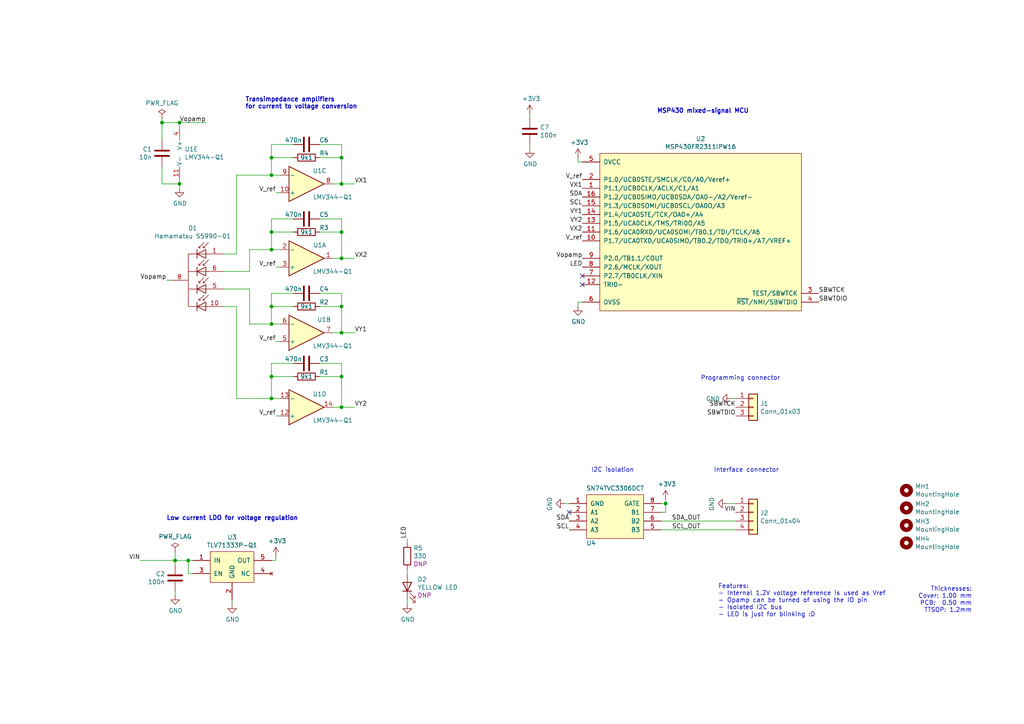
<source format=kicad_sch>
(kicad_sch (version 20231120) (generator "eeschema") (generator_version "8.0")
  (paper "A4")
  (title_block (title "PSS Sun Sensor") (date "2021-06-29") (rev "v3") (company "Aalto University") (comment 1 "Petri Niemelä"))
  (lib_symbols
    (symbol "Amplifier_Operational:OPA4340UA" (pin_names (offset 0.127))
      (property "Reference" "U" (at 0 5.08 0))
      (property "Value" "OPA4340UA" (at 0 -5.08 0))
      (symbol "OPA4340UA_1_1"
        (polyline (pts (xy -5.08 5.08) (xy 5.08 0) (xy -5.08 -5.08) (xy -5.08 5.08)) (stroke (width 0.254)) (fill (type background)))
        (pin output line (at 7.62 0 180) (length 2.54) (name "~") (number "1"))
        (pin input line (at -7.62 -2.54 0) (length 2.54) (name "-") (number "2"))
        (pin input line (at -7.62 2.54 0) (length 2.54) (name "+") (number "3"))
      )
      (symbol "OPA4340UA_2_1"
        (polyline (pts (xy -5.08 5.08) (xy 5.08 0) (xy -5.08 -5.08) (xy -5.08 5.08)) (stroke (width 0.254)) (fill (type background)))
        (pin input line (at -7.62 2.54 0) (length 2.54) (name "+") (number "5"))
        (pin input line (at -7.62 -2.54 0) (length 2.54) (name "-") (number "6"))
        (pin output line (at 7.62 0 180) (length 2.54) (name "~") (number "7"))
      )
      (symbol "OPA4340UA_3_1"
        (polyline (pts (xy -5.08 5.08) (xy 5.08 0) (xy -5.08 -5.08) (xy -5.08 5.08)) (stroke (width 0.254)) (fill (type background)))
        (pin input line (at -7.62 2.54 0) (length 2.54) (name "+") (number "10"))
        (pin output line (at 7.62 0 180) (length 2.54) (name "~") (number "8"))
        (pin input line (at -7.62 -2.54 0) (length 2.54) (name "-") (number "9"))
      )
      (symbol "OPA4340UA_4_1"
        (polyline (pts (xy -5.08 5.08) (xy 5.08 0) (xy -5.08 -5.08) (xy -5.08 5.08)) (stroke (width 0.254)) (fill (type background)))
        (pin input line (at -7.62 2.54 0) (length 2.54) (name "+") (number "12"))
        (pin input line (at -7.62 -2.54 0) (length 2.54) (name "-") (number "13"))
        (pin output line (at 7.62 0 180) (length 2.54) (name "~") (number "14"))
      )
      (symbol "OPA4340UA_5_1"
        (pin power_in line (at -2.54 -7.62 90) (length 3.81) (name "V-") (number "11"))
        (pin power_in line (at -2.54 7.62 270) (length 3.81) (name "V+") (number "4"))
      )
    )
    (symbol "Connector_Generic:Conn_01x03" (pin_names (offset 1.016) hide)
      (property "Reference" "J" (at 0 5.08 0))
      (property "Value" "Conn_01x03" (at 0 -5.08 0))
      (symbol "Conn_01x03_1_1"
        (rectangle (start -1.27 -2.413) (end 0 -2.667) (stroke (width 0.1524)))
        (rectangle (start -1.27 0.127) (end 0 -0.127) (stroke (width 0.1524)))
        (rectangle (start -1.27 2.667) (end 0 2.413) (stroke (width 0.1524)))
        (rectangle (start -1.27 3.81) (end 1.27 -3.81) (stroke (width 0.254)) (fill (type background)))
        (pin passive line (at -5.08 2.54 0) (length 3.81) (name "Pin_1") (number "1"))
        (pin passive line (at -5.08 0 0) (length 3.81) (name "Pin_2") (number "2"))
        (pin passive line (at -5.08 -2.54 0) (length 3.81) (name "Pin_3") (number "3"))
      )
    )
    (symbol "Connector_Generic:Conn_01x04" (pin_names (offset 1.016) hide)
      (property "Reference" "J" (at 0 5.08 0))
      (property "Value" "Conn_01x04" (at 0 -7.62 0))
      (symbol "Conn_01x04_1_1"
        (rectangle (start -1.27 -4.953) (end 0 -5.207) (stroke (width 0.1524)))
        (rectangle (start -1.27 -2.413) (end 0 -2.667) (stroke (width 0.1524)))
        (rectangle (start -1.27 0.127) (end 0 -0.127) (stroke (width 0.1524)))
        (rectangle (start -1.27 2.667) (end 0 2.413) (stroke (width 0.1524)))
        (rectangle (start -1.27 3.81) (end 1.27 -6.35) (stroke (width 0.254)) (fill (type background)))
        (pin passive line (at -5.08 2.54 0) (length 3.81) (name "Pin_1") (number "1"))
        (pin passive line (at -5.08 0 0) (length 3.81) (name "Pin_2") (number "2"))
        (pin passive line (at -5.08 -2.54 0) (length 3.81) (name "Pin_3") (number "3"))
        (pin passive line (at -5.08 -5.08 0) (length 3.81) (name "Pin_4") (number "4"))
      )
    )
    (symbol "Device:C" (pin_numbers hide) (pin_names (offset 0.254))
      (property "Reference" "C" (at 0.635 2.54 0))
      (property "Value" "C" (at 0.635 -2.54 0))
      (symbol "C_0_1"
        (polyline (pts (xy -2.032 -0.762) (xy 2.032 -0.762)) (stroke (width 0.508)))
        (polyline (pts (xy -2.032 0.762) (xy 2.032 0.762)) (stroke (width 0.508)))
      )
      (symbol "C_1_1"
        (pin passive line (at 0 3.81 270) (length 2.794) (name "~") (number "1"))
        (pin passive line (at 0 -3.81 90) (length 2.794) (name "~") (number "2"))
      )
    )
    (symbol "Device:LED" (pin_numbers hide) (pin_names (offset 1.016) hide)
      (property "Reference" "D" (at 0 2.54 0))
      (property "Value" "LED" (at 0 -2.54 0))
      (symbol "LED_0_1"
        (polyline (pts (xy -1.27 -1.27) (xy -1.27 1.27)) (stroke (width 0.254)))
        (polyline (pts (xy -1.27 0) (xy 1.27 0)))
        (polyline (pts (xy 1.27 -1.27) (xy 1.27 1.27) (xy -1.27 0) (xy 1.27 -1.27)) (stroke (width 0.254)))
        (polyline (pts (xy -3.048 -0.762) (xy -4.572 -2.286) (xy -3.81 -2.286) (xy -4.572 -2.286) (xy -4.572 -1.524)))
        (polyline (pts (xy -1.778 -0.762) (xy -3.302 -2.286) (xy -2.54 -2.286) (xy -3.302 -2.286) (xy -3.302 -1.524)))
      )
      (symbol "LED_1_1"
        (pin passive line (at -3.81 0 0) (length 2.54) (name "K") (number "1"))
        (pin passive line (at 3.81 0 180) (length 2.54) (name "A") (number "2"))
      )
    )
    (symbol "Device:R" (pin_numbers hide) (pin_names (offset 0))
      (property "Reference" "R" (at 2.032 0 90))
      (property "Value" "R" (at 0 0 90))
      (symbol "R_0_1"
        (rectangle (start -1.016 -2.54) (end 1.016 2.54) (stroke (width 0.254)))
      )
      (symbol "R_1_1"
        (pin passive line (at 0 3.81 270) (length 1.27) (name "~") (number "1"))
        (pin passive line (at 0 -3.81 90) (length 1.27) (name "~") (number "2"))
      )
    )
    (symbol "Mechanical:MountingHole" (pin_names (offset 1.016))
      (property "Reference" "H" (at 0 5.08 0))
      (property "Value" "MountingHole" (at 0 3.175 0))
      (symbol "MountingHole_0_1"
        (circle (center 0 0) (radius 1.27) (stroke (width 1.27)))
      )
    )
    (symbol "Sun_Sensor:MSP430FR2311IPW16" (pin_names (offset 1.016))
      (property "Reference" "U" (at -27.94 -16.51 0))
      (property "Value" "MSP430FR2311IPW16" (at 0 31.75 0))
      (symbol "MSP430FR2311IPW16_0_1"
        (rectangle (start -29.21 30.48) (end 29.21 -15.24) (fill (type background)))
      )
      (symbol "MSP430FR2311IPW16_1_1"
        (pin bidirectional line (at -34.29 20.32 0) (length 5.08) (name "P1.1/UCB0CLK/ACLK/C1/A1") (number "1"))
        (pin bidirectional line (at -34.29 5.08 0) (length 5.08) (name "P1.7/UCA0TXD/UCA0SIMO/TB0.2/TDO/TRI0+/A7/VREF+") (number "10"))
        (pin bidirectional line (at -34.29 7.62 0) (length 5.08) (name "P1.6/UCA0RXD/UCA0SOMI/TB0.1/TDI/TCLK/A6") (number "11"))
        (pin input line (at -34.29 -7.62 0) (length 5.08) (name "TRI0-") (number "12"))
        (pin bidirectional line (at -34.29 10.16 0) (length 5.08) (name "P1.5/UCA0CLK/TMS/TRI0O/A5") (number "13"))
        (pin bidirectional line (at -34.29 12.7 0) (length 5.08) (name "P1.4/UCA0STE/TCK/OA0+/A4") (number "14"))
        (pin bidirectional line (at -34.29 15.24 0) (length 5.08) (name "P1.3/UCB0SOMI/UCB0SCL/OA0O/A3") (number "15"))
        (pin bidirectional line (at -34.29 17.78 0) (length 5.08) (name "P1.2/UCB0SIMO/UCB0SDA/OA0-/A2/Veref-") (number "16"))
        (pin bidirectional line (at -34.29 22.86 0) (length 5.08) (name "P1.0/UCB0STE/SMCLK/C0/A0/Veref+") (number "2"))
        (pin bidirectional line (at 34.29 -10.16 180) (length 5.08) (name "TEST/SBWTCK") (number "3"))
        (pin bidirectional line (at 34.29 -12.7 180) (length 5.08) (name "~{RST}/NMI/SBWTDIO") (number "4"))
        (pin power_in line (at -34.29 27.94 0) (length 5.08) (name "DVCC") (number "5"))
        (pin power_in line (at -34.29 -12.7 0) (length 5.08) (name "DVSS") (number "6"))
        (pin bidirectional line (at -34.29 -5.08 0) (length 5.08) (name "P2.7/TB0CLK/XIN") (number "7"))
        (pin bidirectional line (at -34.29 -2.54 0) (length 5.08) (name "P2.6/MCLK/XOUT") (number "8"))
        (pin bidirectional line (at -34.29 0 0) (length 5.08) (name "P2.0/TB1.1/COUT") (number "9"))
      )
    )
    (symbol "Sun_Sensor:S5990-01" (pin_names (offset 1.016) hide)
      (property "Reference" "D" (at 0 -10.16 0))
      (property "Value" "S5990-01" (at 8.89 -10.16 0))
      (symbol "S5990-01_0_0"
        (polyline (pts (xy 1.27 -2.54) (xy 3.81 -2.54)))
        (polyline (pts (xy 1.27 2.54) (xy 3.81 2.54)))
        (polyline (pts (xy 1.27 7.62) (xy 3.81 7.62) (xy 3.81 0) (xy 3.81 -7.62) (xy 1.27 -7.62)))
      )
      (symbol "S5990-01_1_1"
        (polyline (pts (xy -1.27 -7.62) (xy 1.27 -7.62)))
        (polyline (pts (xy -1.27 -2.54) (xy 1.27 -2.54)))
        (polyline (pts (xy -1.27 2.54) (xy 1.27 2.54)))
        (polyline (pts (xy -1.27 7.62) (xy 1.27 7.62)))
        (polyline (pts (xy 0.762 -5.842) (xy 0.254 -5.842)))
        (polyline (pts (xy 0.762 -0.762) (xy 0.254 -0.762)))
        (polyline (pts (xy 0.762 4.318) (xy 0.254 4.318)))
        (polyline (pts (xy 0.762 9.398) (xy 0.254 9.398)))
        (polyline (pts (xy 1.27 -8.89) (xy 1.27 -6.35)) (stroke (width 0.2032)))
        (polyline (pts (xy 1.27 -3.81) (xy 1.27 -1.27)) (stroke (width 0.2032)))
        (polyline (pts (xy 1.27 1.27) (xy 1.27 3.81)) (stroke (width 0.2032)))
        (polyline (pts (xy 1.27 6.35) (xy 1.27 8.89)) (stroke (width 0.2032)))
        (polyline (pts (xy -0.762 -4.318) (xy 0.762 -5.842) (xy 0.762 -5.334)))
        (polyline (pts (xy -0.762 0.762) (xy 0.762 -0.762) (xy 0.762 -0.254)))
        (polyline (pts (xy -0.762 5.842) (xy 0.762 4.318) (xy 0.762 4.826)))
        (polyline (pts (xy -0.762 10.922) (xy 0.762 9.398) (xy 0.762 9.906)))
        (polyline (pts (xy -1.27 -6.35) (xy -1.27 -8.89) (xy 1.27 -7.62) (xy -1.27 -6.35)) (stroke (width 0.2032)))
        (polyline (pts (xy -1.27 -1.27) (xy -1.27 -3.81) (xy 1.27 -2.54) (xy -1.27 -1.27)) (stroke (width 0.2032)))
        (polyline (pts (xy -1.27 3.81) (xy -1.27 1.27) (xy 1.27 2.54) (xy -1.27 3.81)) (stroke (width 0.2032)))
        (polyline (pts (xy -1.27 8.89) (xy -1.27 6.35) (xy 1.27 7.62) (xy -1.27 8.89)) (stroke (width 0.2032)))
        (polyline (pts (xy -2.032 -4.318) (xy -0.508 -5.842) (xy -0.508 -5.334) (xy -0.508 -5.842) (xy -1.016 -5.842)))
        (polyline (pts (xy -2.032 0.762) (xy -0.508 -0.762) (xy -0.508 -0.254) (xy -0.508 -0.762) (xy -1.016 -0.762)))
        (polyline (pts (xy -2.032 5.842) (xy -0.508 4.318) (xy -0.508 4.826) (xy -0.508 4.318) (xy -1.016 4.318)))
        (polyline (pts (xy -2.032 10.922) (xy -0.508 9.398) (xy -0.508 9.906) (xy -0.508 9.398) (xy -1.016 9.398)))
        (pin passive line (at -6.35 7.62 0) (length 5.08) (name "Anode_X1") (number "1"))
        (pin passive line (at -6.35 -7.62 0) (length 5.08) (name "Anode_Y2") (number "10"))
        (pin no_connect line (at 11.43 7.62 180) (length 5.08) hide (name "NC") (number "2"))
        (pin no_connect line (at 11.43 5.08 180) (length 5.08) hide (name "NC") (number "3"))
        (pin no_connect line (at 11.43 2.54 180) (length 5.08) hide (name "NC") (number "4"))
        (pin passive line (at -6.35 -2.54 0) (length 5.08) (name "Anode_Y1") (number "5"))
        (pin passive line (at -6.35 2.54 0) (length 5.08) (name "Anode_X2") (number "6"))
        (pin no_connect line (at 11.43 -2.54 180) (length 5.08) hide (name "NC") (number "7"))
        (pin passive line (at 8.89 0 180) (length 5.08) (name "Cathode") (number "8"))
        (pin no_connect line (at 11.43 -5.08 180) (length 5.08) hide (name "NC") (number "9"))
      )
    )
    (symbol "Sun_Sensor:SN74TVC3306" (pin_names (offset 1.016))
      (property "Reference" "U" (at -6.35 -7.62 0))
      (property "Value" "SN74TVC3306" (at 0 7.62 0))
      (symbol "SN74TVC3306_0_1"
        (rectangle (start -7.62 6.35) (end 8.89 -6.35) (fill (type background)))
      )
      (symbol "SN74TVC3306_1_1"
        (pin power_in line (at -12.7 3.81 0) (length 5.08) (name "GND") (number "1"))
        (pin input line (at -12.7 1.27 0) (length 5.08) (name "A1") (number "2"))
        (pin input line (at -12.7 -1.27 0) (length 5.08) (name "A2") (number "3"))
        (pin input line (at -12.7 -3.81 0) (length 5.08) (name "A3") (number "4"))
        (pin bidirectional line (at 13.97 -3.81 180) (length 5.08) (name "B3") (number "5"))
        (pin bidirectional line (at 13.97 -1.27 180) (length 5.08) (name "B2") (number "6"))
        (pin bidirectional line (at 13.97 1.27 180) (length 5.08) (name "B1") (number "7"))
        (pin input line (at 13.97 3.81 180) (length 5.08) (name "GATE") (number "8"))
      )
    )
    (symbol "Sun_Sensor:TLV733P-Q1" (pin_names (offset 1.016))
      (property "Reference" "U" (at -5.08 -7.62 0))
      (property "Value" "TLV733P-Q1" (at 0 5.08 0))
      (symbol "TLV733P-Q1_0_1"
        (rectangle (start -6.35 3.81) (end 6.35 -5.08) (fill (type background)))
      )
      (symbol "TLV733P-Q1_1_1"
        (pin power_in line (at -11.43 1.27 0) (length 5.08) (name "IN") (number "1"))
        (pin power_in line (at 0 -10.16 90) (length 5.08) (name "GND") (number "2"))
        (pin input line (at -11.43 -2.54 0) (length 5.08) (name "EN") (number "3"))
        (pin no_connect line (at 11.43 -2.54 180) (length 5.08) (name "NC") (number "4"))
        (pin power_out line (at 11.43 1.27 180) (length 5.08) (name "OUT") (number "5"))
      )
    )
    (symbol "power:+3V3" (power) (pin_names (offset 0))
      (property "Value" "+3V3" (at 0 3.556 0))
      (symbol "+3V3_0_1"
        (polyline (pts (xy -0.762 1.27) (xy 0 2.54)))
        (polyline (pts (xy 0 0) (xy 0 2.54)))
        (polyline (pts (xy 0 2.54) (xy 0.762 1.27)))
      )
      (symbol "+3V3_1_1"
        (pin power_in line (at 0 0 90) (length 0) hide (name "+3V3") (number "1"))
      )
    )
    (symbol "power:GND" (power) (pin_names (offset 0))
      (property "Value" "GND" (at 0 -3.81 0))
      (symbol "GND_0_1"
        (polyline (pts (xy 0 0) (xy 0 -1.27) (xy 1.27 -1.27) (xy 0 -2.54) (xy -1.27 -1.27) (xy 0 -1.27)))
      )
      (symbol "GND_1_1"
        (pin power_in line (at 0 0 270) (length 0) hide (name "GND") (number "1"))
      )
    )
    (symbol "power:PWR_FLAG" (power) (pin_numbers hide) (pin_names (offset 0) hide)
      (property "Value" "PWR_FLAG" (at 0 3.81 0))
      (symbol "PWR_FLAG_0_0"
        (pin power_out line (at 0 0 90) (length 0) (name "pwr") (number "1"))
      )
      (symbol "PWR_FLAG_0_1"
        (polyline (pts (xy 0 0) (xy 0 1.27) (xy -1.016 1.905) (xy 0 2.54) (xy 1.016 1.905) (xy 0 1.27)))
      )
    )
  )
  (junction (at 99.06 96.52))
  (junction (at 54.61 162.56))
  (junction (at 52.07 53.34))
  (junction (at 78.74 45.72))
  (junction (at 46.99 35.56))
  (junction (at 52.07 35.56))
  (junction (at 99.06 118.11))
  (junction (at 78.74 72.39))
  (junction (at 193.04 146.05))
  (junction (at 78.74 50.8))
  (junction (at 78.74 115.57))
  (junction (at 99.06 88.9))
  (junction (at 99.06 74.93))
  (junction (at 50.8 162.56))
  (junction (at 78.74 88.9))
  (junction (at 78.74 67.31))
  (junction (at 99.06 109.22))
  (junction (at 78.74 109.22))
  (junction (at 99.06 45.72))
  (junction (at 99.06 67.31))
  (junction (at 99.06 53.34))
  (junction (at 78.74 93.98))
  (no_connect (at 165.1 148.59))
  (no_connect (at 168.91 80.01))
  (no_connect (at 168.91 82.55))
  (wire (pts (xy 210.82 146.05) (xy 213.36 146.05)))
  (wire (pts (xy 163.83 146.05) (xy 165.1 146.05)))
  (wire (pts (xy 99.06 74.93) (xy 99.06 67.31)))
  (wire (pts (xy 40.64 162.56) (xy 50.8 162.56)))
  (wire (pts (xy 99.06 41.91) (xy 92.71 41.91)))
  (wire (pts (xy 52.07 53.34) (xy 52.07 54.61)))
  (wire (pts (xy 191.77 148.59) (xy 193.04 148.59)))
  (wire (pts (xy 92.71 67.31) (xy 99.06 67.31)))
  (wire (pts (xy 50.8 162.56) (xy 54.61 162.56)))
  (wire (pts (xy 68.58 115.57) (xy 78.74 115.57)))
  (wire (pts (xy 191.77 153.67) (xy 213.36 153.67)))
  (wire (pts (xy 78.74 105.41) (xy 85.09 105.41)))
  (wire (pts (xy 85.09 88.9) (xy 78.74 88.9)))
  (wire (pts (xy 68.58 73.66) (xy 68.58 50.8)))
  (wire (pts (xy 78.74 109.22) (xy 78.74 105.41)))
  (wire (pts (xy 78.74 63.5) (xy 85.09 63.5)))
  (wire (pts (xy 46.99 40.64) (xy 46.99 35.56)))
  (wire (pts (xy 78.74 115.57) (xy 81.28 115.57)))
  (wire (pts (xy 99.06 118.11) (xy 102.87 118.11)))
  (wire (pts (xy 96.52 96.52) (xy 99.06 96.52)))
  (wire (pts (xy 81.28 50.8) (xy 78.74 50.8)))
  (wire (pts (xy 78.74 45.72) (xy 78.74 41.91)))
  (wire (pts (xy 78.74 85.09) (xy 85.09 85.09)))
  (wire (pts (xy 167.64 45.72) (xy 167.64 46.99)))
  (wire (pts (xy 99.06 74.93) (xy 102.87 74.93)))
  (wire (pts (xy 80.01 55.88) (xy 81.28 55.88)))
  (wire (pts (xy 78.74 88.9) (xy 78.74 85.09)))
  (wire (pts (xy 80.01 120.65) (xy 81.28 120.65)))
  (wire (pts (xy 52.07 52.07) (xy 52.07 53.34)))
  (wire (pts (xy 72.39 78.74) (xy 72.39 72.39)))
  (wire (pts (xy 99.06 96.52) (xy 102.87 96.52)))
  (wire (pts (xy 118.11 157.48) (xy 118.11 156.21)))
  (wire (pts (xy 48.26 81.28) (xy 49.53 81.28)))
  (wire (pts (xy 68.58 50.8) (xy 78.74 50.8)))
  (wire (pts (xy 78.74 50.8) (xy 78.74 45.72)))
  (wire (pts (xy 46.99 35.56) (xy 52.07 35.56)))
  (wire (pts (xy 78.74 72.39) (xy 78.74 67.31)))
  (wire (pts (xy 193.04 148.59) (xy 193.04 146.05)))
  (wire (pts (xy 193.04 146.05) (xy 191.77 146.05)))
  (wire (pts (xy 92.71 88.9) (xy 99.06 88.9)))
  (wire (pts (xy 153.67 33.02) (xy 153.67 34.29)))
  (wire (pts (xy 78.74 41.91) (xy 85.09 41.91)))
  (wire (pts (xy 68.58 88.9) (xy 64.77 88.9)))
  (wire (pts (xy 85.09 109.22) (xy 78.74 109.22)))
  (wire (pts (xy 78.74 67.31) (xy 78.74 63.5)))
  (wire (pts (xy 92.71 105.41) (xy 99.06 105.41)))
  (wire (pts (xy 96.52 74.93) (xy 99.06 74.93)))
  (wire (pts (xy 99.06 63.5) (xy 92.71 63.5)))
  (wire (pts (xy 96.52 118.11) (xy 99.06 118.11)))
  (wire (pts (xy 92.71 45.72) (xy 99.06 45.72)))
  (wire (pts (xy 54.61 162.56) (xy 55.88 162.56)))
  (wire (pts (xy 167.64 46.99) (xy 168.91 46.99)))
  (wire (pts (xy 50.8 163.83) (xy 50.8 162.56)))
  (wire (pts (xy 80.01 162.56) (xy 80.01 161.29)))
  (wire (pts (xy 193.04 146.05) (xy 193.04 144.78)))
  (wire (pts (xy 99.06 45.72) (xy 99.06 41.91)))
  (wire (pts (xy 59.69 35.56) (xy 52.07 35.56)))
  (wire (pts (xy 64.77 83.82) (xy 72.39 83.82)))
  (wire (pts (xy 99.06 96.52) (xy 99.06 88.9)))
  (wire (pts (xy 72.39 72.39) (xy 78.74 72.39)))
  (wire (pts (xy 213.36 151.13) (xy 191.77 151.13)))
  (wire (pts (xy 153.67 43.18) (xy 153.67 41.91)))
  (wire (pts (xy 81.28 72.39) (xy 78.74 72.39)))
  (wire (pts (xy 167.64 87.63) (xy 168.91 87.63)))
  (wire (pts (xy 67.31 175.26) (xy 67.31 173.99)))
  (wire (pts (xy 99.06 118.11) (xy 99.06 109.22)))
  (wire (pts (xy 118.11 173.99) (xy 118.11 175.26)))
  (wire (pts (xy 167.64 88.9) (xy 167.64 87.63)))
  (wire (pts (xy 212.09 115.57) (xy 213.36 115.57)))
  (wire (pts (xy 80.01 77.47) (xy 81.28 77.47)))
  (wire (pts (xy 99.06 105.41) (xy 99.06 109.22)))
  (wire (pts (xy 96.52 53.34) (xy 99.06 53.34)))
  (wire (pts (xy 99.06 67.31) (xy 99.06 63.5)))
  (wire (pts (xy 52.07 35.56) (xy 52.07 36.83)))
  (wire (pts (xy 99.06 88.9) (xy 99.06 85.09)))
  (wire (pts (xy 64.77 73.66) (xy 68.58 73.66)))
  (wire (pts (xy 80.01 99.06) (xy 81.28 99.06)))
  (wire (pts (xy 46.99 53.34) (xy 52.07 53.34)))
  (wire (pts (xy 78.74 93.98) (xy 78.74 88.9)))
  (wire (pts (xy 55.88 166.37) (xy 54.61 166.37)))
  (wire (pts (xy 50.8 172.72) (xy 50.8 171.45)))
  (wire (pts (xy 85.09 67.31) (xy 78.74 67.31)))
  (wire (pts (xy 99.06 85.09) (xy 92.71 85.09)))
  (wire (pts (xy 50.8 160.02) (xy 50.8 162.56)))
  (wire (pts (xy 99.06 109.22) (xy 92.71 109.22)))
  (wire (pts (xy 99.06 53.34) (xy 99.06 45.72)))
  (wire (pts (xy 64.77 78.74) (xy 72.39 78.74)))
  (wire (pts (xy 99.06 53.34) (xy 102.87 53.34)))
  (wire (pts (xy 54.61 166.37) (xy 54.61 162.56)))
  (wire (pts (xy 85.09 45.72) (xy 78.74 45.72)))
  (wire (pts (xy 78.74 162.56) (xy 80.01 162.56)))
  (wire (pts (xy 68.58 115.57) (xy 68.58 88.9)))
  (wire (pts (xy 72.39 93.98) (xy 78.74 93.98)))
  (wire (pts (xy 72.39 83.82) (xy 72.39 93.98)))
  (wire (pts (xy 81.28 93.98) (xy 78.74 93.98)))
  (wire (pts (xy 118.11 166.37) (xy 118.11 165.1)))
  (wire (pts (xy 78.74 109.22) (xy 78.74 115.57)))
  (wire (pts (xy 46.99 48.26) (xy 46.99 53.34)))
  (wire (pts (xy 46.99 34.29) (xy 46.99 35.56)))
  (text "Programming connector" (at 203.2 110.49 0) (effects (font (size 1.27 1.27)) (justify left bottom)))
  (text "Features:\n- Internal 1.2V voltage reference is used as Vref\n- Opamp can be turned of using the IO pin\n- Isolated I2C bus\n- LED is just for blinking :D\n" (at 208.28 179.07 0) (effects (font (size 1.27 1.27)) (justify left bottom)))
  (text "MSP430 mixed-signal MCU" (at 190.5 33.02 0) (effects (font (size 1.27 1.27) (thickness 0.254) (bold yes)) (justify left bottom)))
  (text "Thicknesses:\nCover: 1.00 mm\nPCB:  0.50 mm\nTTSOP: 1.2mm" (at 281.94 177.8 0) (effects (font (size 1.27 1.27)) (justify right bottom)))
  (text "Transimpedance amplifiers\nfor current to voltage conversion" (at 71.12 31.75 0) (effects (font (size 1.27 1.27) (thickness 0.254) (bold yes)) (justify left bottom)))
  (text "Interface connector" (at 207.01 137.16 0) (effects (font (size 1.27 1.27)) (justify left bottom)))
  (text "Low current LDO for voltage regulation" (at 48.26 151.13 0) (effects (font (size 1.27 1.27) (thickness 0.254) (bold yes)) (justify left bottom)))
  (text "I2C isolation" (at 171.45 137.16 0) (effects (font (size 1.27 1.27)) (justify left bottom)))
  (label "V_ref" (at 168.91 69.85 180))
  (label "SCL" (at 165.1 153.67 180))
  (label "SBWTDIO" (at 213.36 120.65 180))
  (label "VY1" (at 102.87 96.52 0))
  (label "SCL" (at 168.91 59.69 180))
  (label "V_ref" (at 80.01 77.47 180))
  (label "Vopamp" (at 168.91 74.93 180))
  (label "VX2" (at 168.91 67.31 180))
  (label "Vopamp" (at 59.69 35.56 180))
  (label "VIN" (at 40.64 162.56 180))
  (label "V_ref" (at 80.01 120.65 180))
  (label "V_ref" (at 168.91 52.07 180))
  (label "VX1" (at 168.91 54.61 180))
  (label "VY1" (at 168.91 62.23 180))
  (label "Vopamp" (at 48.26 81.28 180))
  (label "SDA_OUT" (at 203.2 151.13 180))
  (label "SBWTCK" (at 237.49 85.09 0))
  (label "SBWTDIO" (at 237.49 87.63 0))
  (label "LED" (at 118.11 156.21 90))
  (label "VIN" (at 213.36 148.59 180))
  (label "SCL_OUT" (at 203.2 153.67 180))
  (label "SBWTCK" (at 213.36 118.11 180))
  (label "VY2" (at 168.91 64.77 180))
  (label "SDA" (at 165.1 151.13 180))
  (label "SDA" (at 168.91 57.15 180))
  (label "V_ref" (at 80.01 99.06 180))
  (label "VX2" (at 102.87 74.93 0))
  (label "VY2" (at 102.87 118.11 0))
  (label "V_ref" (at 80.01 55.88 180))
  (label "VX1" (at 102.87 53.34 0))
  (label "LED" (at 168.91 77.47 180))
  (symbol (lib_id "Amplifier_Operational:OPA4340UA") (at 88.9 74.93 0) (mirror x) (unit 1)
    (property "Reference" "U1" (at 92.71 71.12 0))
    (property "Value" "LMV344-Q1" (at 96.52 78.74 0))
    (property "Footprint" "Package_SO:TSSOP-14_4.4x5mm_P0.65mm" (effects (hide yes)))
    (property "Mouser" "595-LMV344IPWRQ1" (effects (hide yes)))
  )
  (symbol (lib_id "Amplifier_Operational:OPA4340UA") (at 88.9 96.52 0) (mirror x) (unit 2)
    (property "Reference" "U1" (at 93.98 92.71 0))
    (property "Value" "LMV344-Q1" (at 96.52 100.33 0))
    (property "Footprint" "Package_SO:TSSOP-14_4.4x5mm_P0.65mm" (effects (hide yes)))
  )
  (symbol (lib_id "Amplifier_Operational:OPA4340UA") (at 88.9 53.34 0) (mirror x) (unit 3)
    (property "Reference" "U1" (at 92.71 49.53 0))
    (property "Value" "LMV344-Q1" (at 96.52 57.15 0))
    (property "Footprint" "Package_SO:TSSOP-14_4.4x5mm_P0.65mm" (effects (hide yes)))
  )
  (symbol (lib_id "Amplifier_Operational:OPA4340UA") (at 88.9 118.11 0) (mirror x) (unit 4)
    (property "Reference" "U1" (at 92.71 114.3 0))
    (property "Value" "LMV344-Q1" (at 96.52 121.92 0))
    (property "Footprint" "Package_SO:TSSOP-14_4.4x5mm_P0.65mm" (effects (hide yes)))
  )
  (symbol (lib_id "Amplifier_Operational:OPA4340UA") (at 54.61 44.45 0) (unit 5)
    (property "Reference" "U1" (at 53.5432 43.2816 0) (effects (justify left)))
    (property "Value" "LMV344-Q1" (at 53.5432 45.593 0) (effects (justify left)))
    (property "Footprint" "Package_SO:TSSOP-14_4.4x5mm_P0.65mm" (effects (hide yes)))
  )
  (symbol (lib_id "Sun_Sensor:S5990-01") (at 58.42 81.28 0) (mirror y) (unit 1)
    (property "Reference" "D1" (at 55.88 66.167 0))
    (property "Value" "Hamamatsu S5990-01" (at 55.88 68.4784 0))
    (property "Footprint" "Foresail:Hamatsu_S5980" (effects (hide yes)))
  )
  (symbol (lib_id "Device:R") (at 88.9 109.22 270) (unit 1)
    (property "Reference" "R1" (at 93.98 107.95 90))
    (property "Value" "9k1" (at 88.9 109.22 90))
    (property "Footprint" "Resistor_SMD:R_0603_1608Metric" (effects (hide yes)))
  )
  (symbol (lib_id "Device:C") (at 88.9 105.41 270) (unit 1)
    (property "Reference" "C3" (at 93.98 104.14 90))
    (property "Value" "470n" (at 85.09 104.14 90))
    (property "Footprint" "Capacitor_SMD:C_0603_1608Metric" (effects (hide yes)))
  )
  (symbol (lib_id "power:GND") (at 52.07 54.61 0) (unit 1)
    (property "Reference" "#PWR02" (effects (hide yes)))
    (property "Value" "GND" (at 52.197 59.0042 0))
  )
  (symbol (lib_id "Device:C") (at 88.9 85.09 270) (unit 1)
    (property "Reference" "C4" (at 93.98 83.82 90))
    (property "Value" "470n" (at 85.09 83.82 90))
    (property "Footprint" "Capacitor_SMD:C_0603_1608Metric" (effects (hide yes)))
  )
  (symbol (lib_id "Device:R") (at 88.9 88.9 270) (unit 1)
    (property "Reference" "R2" (at 93.98 87.63 90))
    (property "Value" "9k1" (at 88.9 88.9 90))
    (property "Footprint" "Resistor_SMD:R_0603_1608Metric" (effects (hide yes)))
  )
  (symbol (lib_id "Device:R") (at 88.9 67.31 270) (unit 1)
    (property "Reference" "R3" (at 93.98 66.04 90))
    (property "Value" "9k1" (at 88.9 67.31 90))
    (property "Footprint" "Resistor_SMD:R_0603_1608Metric" (effects (hide yes)))
  )
  (symbol (lib_id "Device:C") (at 88.9 63.5 270) (unit 1)
    (property "Reference" "C5" (at 93.98 62.23 90))
    (property "Value" "470n" (at 85.09 62.23 90))
    (property "Footprint" "Capacitor_SMD:C_0603_1608Metric" (effects (hide yes)))
  )
  (symbol (lib_id "Device:R") (at 88.9 45.72 270) (unit 1)
    (property "Reference" "R4" (at 93.98 44.45 90))
    (property "Value" "9k1" (at 88.9 45.72 90))
    (property "Footprint" "Resistor_SMD:R_0603_1608Metric" (effects (hide yes)))
  )
  (symbol (lib_id "Device:C") (at 88.9 41.91 270) (unit 1)
    (property "Reference" "C6" (at 93.98 40.64 90))
    (property "Value" "470n" (at 85.09 40.64 90))
    (property "Footprint" "Capacitor_SMD:C_0603_1608Metric" (effects (hide yes)))
  )
  (symbol (lib_id "Connector_Generic:Conn_01x03") (at 218.44 118.11 0) (unit 1)
    (property "Reference" "J1" (at 220.472 117.0432 0) (effects (justify left)))
    (property "Value" "Conn_01x03" (at 220.472 119.3546 0) (effects (justify left)))
    (property "Footprint" "Connector_PinHeader_1.27mm:PinHeader_1x03_P1.27mm_Vertical" (effects (hide yes)))
  )
  (symbol (lib_id "power:GND") (at 212.09 115.57 270) (unit 1)
    (property "Reference" "#PWR012" (effects (hide yes)))
    (property "Value" "GND" (at 208.8388 115.697 90) (effects (justify right)))
  )
  (symbol (lib_id "Device:C") (at 153.67 38.1 180) (unit 1)
    (property "Reference" "C7" (at 156.591 36.9316 0) (effects (justify right)))
    (property "Value" "100n" (at 156.591 39.243 0) (effects (justify right)))
    (property "Footprint" "Capacitor_SMD:C_0603_1608Metric" (effects (hide yes)))
  )
  (symbol (lib_id "power:GND") (at 153.67 43.18 0) (unit 1)
    (property "Reference" "#PWR09" (effects (hide yes)))
    (property "Value" "GND" (at 153.797 47.5742 0))
  )
  (symbol (lib_id "power:+3V3") (at 153.67 33.02 0) (unit 1)
    (property "Reference" "#PWR08" (effects (hide yes)))
    (property "Value" "+3V3" (at 154.051 28.6258 0))
  )
  (symbol (lib_id "power:GND") (at 210.82 146.05 270) (unit 1)
    (property "Reference" "#PWR014" (effects (hide yes)))
    (property "Value" "GND" (at 206.4258 146.177 0))
  )
  (symbol (lib_id "Sun_Sensor:MSP430FR2311IPW16") (at 203.2 74.93 0) (unit 1)
    (property "Reference" "U2" (at 203.2 40.259 0))
    (property "Value" "MSP430FR2311IPW16" (at 203.2 42.5704 0))
    (property "Footprint" "Package_SO:TSSOP-16_4.4x5mm_P0.65mm" (effects (hide yes)))
    (property "Datasheet" "http://www.ti.com/lit/ds/symlink/msp430fr2311.pdf" (effects (hide yes)))
    (property "Mouser" "595-P430FR2311IPW16R" (effects (hide yes)))
  )
  (symbol (lib_id "Device:C") (at 46.99 44.45 180) (unit 1)
    (property "Reference" "C1" (at 44.069 43.2816 0) (effects (justify left)))
    (property "Value" "10n" (at 44.069 45.593 0) (effects (justify left)))
    (property "Footprint" "Capacitor_SMD:C_0603_1608Metric" (effects (hide yes)))
  )
  (symbol (lib_id "Connector_Generic:Conn_01x04") (at 218.44 148.59 0) (unit 1)
    (property "Reference" "J2" (at 220.472 148.7932 0) (effects (justify left)))
    (property "Value" "Conn_01x04" (at 220.472 151.1046 0) (effects (justify left)))
    (property "Footprint" "Connector_PinHeader_1.27mm:PinHeader_1x04_P1.27mm_Horizontal" (effects (hide yes)))
  )
  (symbol (lib_id "power:+3V3") (at 167.64 45.72 0) (unit 1)
    (property "Reference" "#PWR0101" (effects (hide yes)))
    (property "Value" "+3V3" (at 168.021 41.3258 0))
  )
  (symbol (lib_id "power:GND") (at 167.64 88.9 0) (unit 1)
    (property "Reference" "#PWR0102" (effects (hide yes)))
    (property "Value" "GND" (at 167.767 93.2942 0))
  )
  (symbol (lib_id "Sun_Sensor:TLV733P-Q1") (at 67.31 163.83 0) (unit 1)
    (property "Reference" "U3" (at 67.31 155.829 0))
    (property "Value" "TLV71333P-Q1" (at 67.31 158.1404 0))
    (property "Footprint" "Package_TO_SOT_SMD:SOT-23-5" (effects (hide yes)))
    (property "Datasheet" "http://www.ti.com/lit/ds/symlink/tlv713p-q1.pdf" (effects (hide yes)))
    (property "Mouser" "595-TLV71333PQDBVRQ1" (effects (hide yes)))
  )
  (symbol (lib_id "power:+3V3") (at 80.01 161.29 0) (unit 1)
    (property "Reference" "#PWR0103" (effects (hide yes)))
    (property "Value" "+3V3" (at 80.391 156.8958 0))
  )
  (symbol (lib_id "power:GND") (at 67.31 175.26 0) (unit 1)
    (property "Reference" "#PWR0104" (effects (hide yes)))
    (property "Value" "GND" (at 67.437 179.6542 0))
  )
  (symbol (lib_id "Device:C") (at 50.8 167.64 180) (unit 1)
    (property "Reference" "C2" (at 47.879 166.4716 0) (effects (justify left)))
    (property "Value" "100n" (at 47.879 168.783 0) (effects (justify left)))
    (property "Footprint" "Capacitor_SMD:C_0603_1608Metric" (effects (hide yes)))
  )
  (symbol (lib_id "power:GND") (at 50.8 172.72 0) (unit 1)
    (property "Reference" "#PWR0105" (effects (hide yes)))
    (property "Value" "GND" (at 50.927 177.1142 0))
  )
  (symbol (lib_id "Device:LED") (at 118.11 170.18 90) (unit 1)
    (property "Reference" "D2" (at 121.0818 168.0464 90) (effects (justify right)))
    (property "Value" "YELLOW LED" (at 121.0818 170.3578 90) (effects (justify right)))
    (property "Footprint" "LED_SMD:LED_0603_1608Metric" (effects (hide yes)))
    (property "DNP" "DNP" (at 121.0818 172.6692 90) (effects (justify right)))
  )
  (symbol (lib_id "Device:R") (at 118.11 161.29 0) (unit 1)
    (property "Reference" "R5" (at 119.888 158.9786 0) (effects (justify left)))
    (property "Value" "330" (at 119.888 161.29 0) (effects (justify left)))
    (property "Footprint" "Resistor_SMD:R_0603_1608Metric" (effects (hide yes)))
    (property "DNP" "DNP" (at 119.888 163.6014 0) (effects (justify left)))
  )
  (symbol (lib_id "power:GND") (at 118.11 175.26 0) (unit 1)
    (property "Reference" "#PWR0106" (effects (hide yes)))
    (property "Value" "GND" (at 118.237 179.6542 0))
  )
  (symbol (lib_id "Mechanical:MountingHole") (at 262.89 142.24 0) (unit 1)
    (property "Reference" "MH1" (at 265.43 141.0716 0) (effects (justify left)))
    (property "Value" "MountingHole" (at 265.43 143.383 0) (effects (justify left)))
    (property "Footprint" "MountingHole:MountingHole_2.2mm_M2" (effects (hide yes)))
  )
  (symbol (lib_id "Mechanical:MountingHole") (at 262.89 147.32 0) (unit 1)
    (property "Reference" "MH2" (at 265.43 146.1516 0) (effects (justify left)))
    (property "Value" "MountingHole" (at 265.43 148.463 0) (effects (justify left)))
    (property "Footprint" "MountingHole:MountingHole_2.2mm_M2" (effects (hide yes)))
  )
  (symbol (lib_id "Mechanical:MountingHole") (at 262.89 152.4 0) (unit 1)
    (property "Reference" "MH3" (at 265.43 151.2316 0) (effects (justify left)))
    (property "Value" "MountingHole" (at 265.43 153.543 0) (effects (justify left)))
    (property "Footprint" "MountingHole:MountingHole_2.2mm_M2" (effects (hide yes)))
  )
  (symbol (lib_id "Mechanical:MountingHole") (at 262.89 157.48 0) (unit 1)
    (property "Reference" "MH4" (at 265.43 156.3116 0) (effects (justify left)))
    (property "Value" "MountingHole" (at 265.43 158.623 0) (effects (justify left)))
    (property "Footprint" "MountingHole:MountingHole_2.2mm_M2" (effects (hide yes)))
  )
  (symbol (lib_id "Sun_Sensor:SN74TVC3306") (at 177.8 149.86 0) (unit 1)
    (property "Reference" "U4" (at 171.45 157.48 0))
    (property "Value" "SN74TVC3306DCT" (at 178.435 141.6304 0))
    (property "Footprint" "Package_SO:VSSOP-8_2.4x2.1mm_P0.5mm" (effects (hide yes)))
    (property "Datasheet" "https://www.ti.com/lit/ds/symlink/sn74tvc3306.pdf" (effects (hide yes)))
  )
  (symbol (lib_id "power:GND") (at 163.83 146.05 270) (unit 1)
    (property "Reference" "#PWR0107" (effects (hide yes)))
    (property "Value" "GND" (at 159.4358 146.177 0))
  )
  (symbol (lib_id "power:+3V3") (at 193.04 144.78 0) (unit 1)
    (property "Reference" "#PWR0108" (effects (hide yes)))
    (property "Value" "+3V3" (at 193.421 140.3858 0))
  )
  (symbol (lib_id "power:PWR_FLAG") (at 46.99 34.29 0) (unit 1)
    (property "Reference" "#FLG0101" (effects (hide yes)))
    (property "Value" "PWR_FLAG" (at 46.99 29.8958 0))
  )
  (symbol (lib_id "power:PWR_FLAG") (at 50.8 160.02 0) (unit 1)
    (property "Reference" "#FLG0102" (effects (hide yes)))
    (property "Value" "PWR_FLAG" (at 50.8 155.6258 0))
  )
)
</source>
